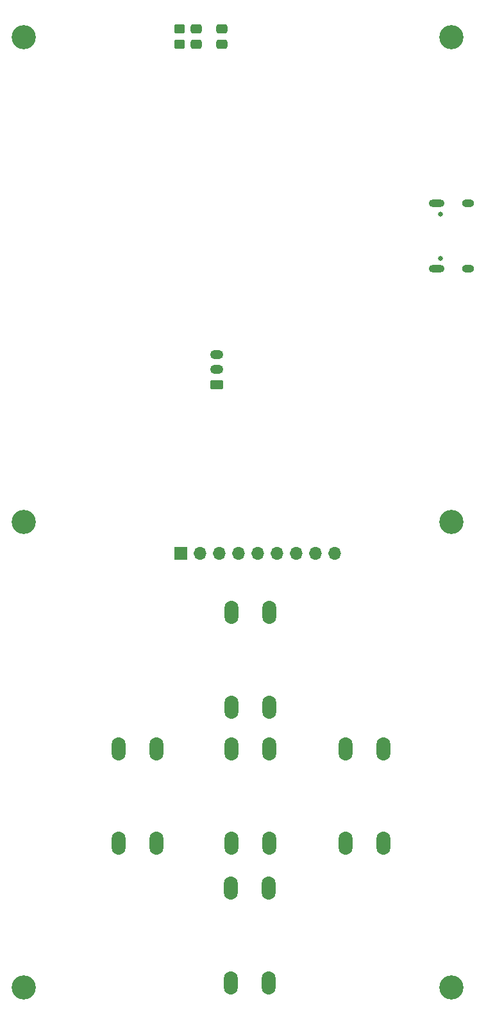
<source format=gbr>
%TF.GenerationSoftware,KiCad,Pcbnew,(6.0.0)*%
%TF.CreationDate,2024-11-07T04:23:40-05:00*%
%TF.ProjectId,sensor-hub,73656e73-6f72-42d6-9875-622e6b696361,rev?*%
%TF.SameCoordinates,Original*%
%TF.FileFunction,Soldermask,Bot*%
%TF.FilePolarity,Negative*%
%FSLAX46Y46*%
G04 Gerber Fmt 4.6, Leading zero omitted, Abs format (unit mm)*
G04 Created by KiCad (PCBNEW (6.0.0)) date 2024-11-07 04:23:40*
%MOMM*%
%LPD*%
G01*
G04 APERTURE LIST*
G04 Aperture macros list*
%AMRoundRect*
0 Rectangle with rounded corners*
0 $1 Rounding radius*
0 $2 $3 $4 $5 $6 $7 $8 $9 X,Y pos of 4 corners*
0 Add a 4 corners polygon primitive as box body*
4,1,4,$2,$3,$4,$5,$6,$7,$8,$9,$2,$3,0*
0 Add four circle primitives for the rounded corners*
1,1,$1+$1,$2,$3*
1,1,$1+$1,$4,$5*
1,1,$1+$1,$6,$7*
1,1,$1+$1,$8,$9*
0 Add four rect primitives between the rounded corners*
20,1,$1+$1,$2,$3,$4,$5,0*
20,1,$1+$1,$4,$5,$6,$7,0*
20,1,$1+$1,$6,$7,$8,$9,0*
20,1,$1+$1,$8,$9,$2,$3,0*%
G04 Aperture macros list end*
%ADD10C,0.650000*%
%ADD11O,1.600000X1.000000*%
%ADD12O,2.100000X1.000000*%
%ADD13RoundRect,0.250000X0.625000X-0.350000X0.625000X0.350000X-0.625000X0.350000X-0.625000X-0.350000X0*%
%ADD14O,1.750000X1.200000*%
%ADD15C,3.200000*%
%ADD16RoundRect,0.250000X-0.450000X0.350000X-0.450000X-0.350000X0.450000X-0.350000X0.450000X0.350000X0*%
%ADD17O,1.850000X3.048000*%
%ADD18R,1.700000X1.700000*%
%ADD19O,1.700000X1.700000*%
%ADD20RoundRect,0.250000X0.475000X-0.337500X0.475000X0.337500X-0.475000X0.337500X-0.475000X-0.337500X0*%
G04 APERTURE END LIST*
D10*
%TO.C,J1*%
X137560000Y-53410000D03*
X137560000Y-59190000D03*
D11*
X141210000Y-60620000D03*
X141210000Y-51980000D03*
D12*
X137030000Y-60620000D03*
X137030000Y-51980000D03*
%TD*%
D13*
%TO.C,J2*%
X107950000Y-75900000D03*
D14*
X107950000Y-73900000D03*
X107950000Y-71900000D03*
%TD*%
D15*
%TO.C,H3*%
X82500000Y-94000000D03*
%TD*%
%TO.C,H6*%
X139000000Y-155500000D03*
%TD*%
%TO.C,H5*%
X82500000Y-155500000D03*
%TD*%
%TO.C,H2*%
X139000000Y-30000000D03*
%TD*%
%TO.C,H1*%
X82500000Y-30000000D03*
%TD*%
%TO.C,H4*%
X139000000Y-94000000D03*
%TD*%
D16*
%TO.C,R14*%
X103050000Y-28950000D03*
X103050000Y-30950000D03*
%TD*%
D17*
%TO.C,SW3*%
X109850000Y-154900000D03*
X109850000Y-142400000D03*
X114850000Y-142400000D03*
X114850000Y-154900000D03*
%TD*%
%TO.C,SW4*%
X125000000Y-123960000D03*
X125000000Y-136460000D03*
X130000000Y-136460000D03*
X130000000Y-123960000D03*
%TD*%
%TO.C,SW7*%
X109900000Y-136460000D03*
X109900000Y-123960000D03*
X114900000Y-123960000D03*
X114900000Y-136460000D03*
%TD*%
D18*
%TO.C,J3*%
X103250000Y-98150000D03*
D19*
X105790000Y-98150000D03*
X108330000Y-98150000D03*
X110870000Y-98150000D03*
X113410000Y-98150000D03*
X115950000Y-98150000D03*
X118490000Y-98150000D03*
X121030000Y-98150000D03*
X123570000Y-98150000D03*
%TD*%
D17*
%TO.C,SW5*%
X109900000Y-118460000D03*
X109900000Y-105960000D03*
X114900000Y-118460000D03*
X114900000Y-105960000D03*
%TD*%
%TO.C,SW6*%
X95000000Y-123960000D03*
X95000000Y-136460000D03*
X100000000Y-136460000D03*
X100000000Y-123960000D03*
%TD*%
D20*
%TO.C,C12*%
X108700000Y-30987500D03*
X108700000Y-28912500D03*
%TD*%
%TO.C,C11*%
X105300000Y-30987500D03*
X105300000Y-28912500D03*
%TD*%
M02*

</source>
